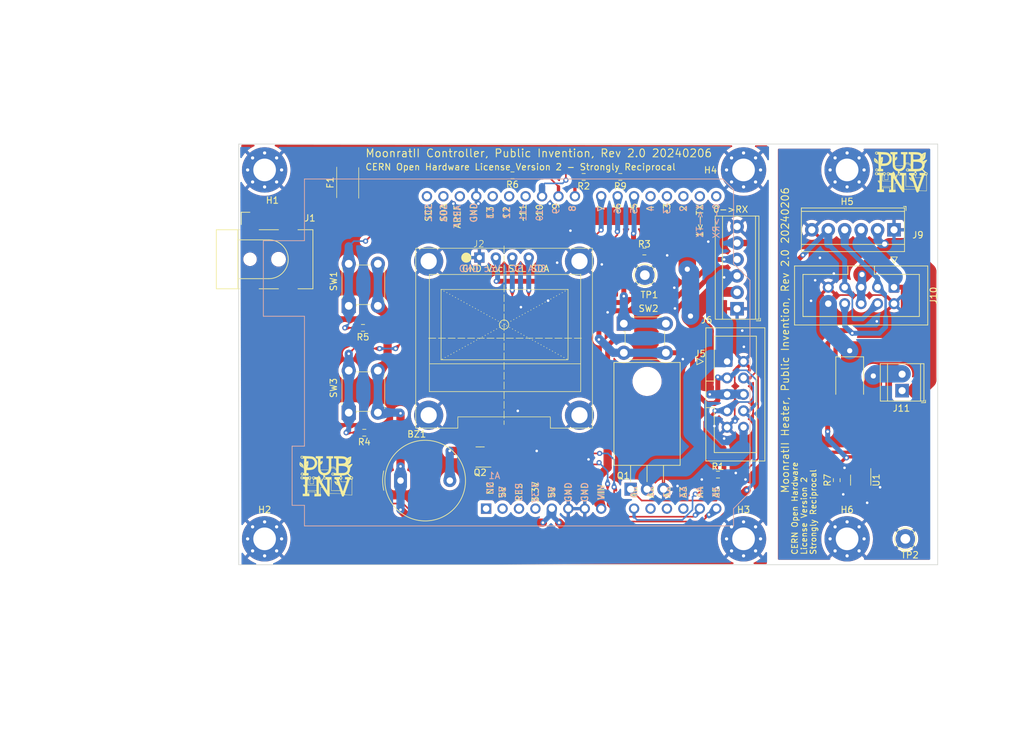
<source format=kicad_pcb>
(kicad_pcb (version 20221018) (generator pcbnew)
  (title_block (title "MoonratII") (date "2023-11-20") (rev "1.0") (company "PublicInvention") (comment 1 "GNU Affero General Public License v3.0") (comment 2 "Designed by: Melanie Laporte"))
  (layers (0 "F.Cu" signal) (31 "B.Cu" signal) (34 "B.Paste" user) (35 "F.Paste" user) (36 "B.SilkS" user "B.Silkscreen") (37 "F.SilkS" user "F.Silkscreen") (38 "B.Mask" user) (39 "F.Mask" user) (44 "Edge.Cuts" user))
  (net 0 "")
  (net 5 "+5V")
  (net 6 "GND")
  (net 7 "VCC")
  (net 8 "TEMP_IN")
  (net 12 "SDA")
  (net 13 "SCL")
  (net 19 "BTN_SELECT")
  (net 20 "BTN_UP")
  (net 21 "BTN_DOWN")
  (net 22 "HEATER_ON")
  (net 23 "BUZZER_ON")
  (net 24 "Net-(A1-D8)")
  (net 25 "Net-(A1-D10)")
  (net 32 "HeaterDrive")
  (net 33 "Net-(BZ1-+)")
  (net 34 "/VCC_RAW")
  (net 35 "TempOut")
  (net 36 "Net-(D1-A)")
  (net 37 "Net-(Q2-G)")
  (net 38 "HeaterDrive_IB")
  (net 39 "GND1")
  (net 40 "VCCQ")
  (net 41 "+5P")
  (net 42 "TempOut_IB")
  (net 43 "Net-(U1-{slash}SHUTDOWN)")
  (footprint "GeneralPurposeAlarmDevicePCB:MountingHole_3.5mm_Pad_Via" (layer "F.Cu") (at 54 146)
    (fp_text reference "H2")
    (fp_text value "MountingHole_Pad_3.5mm")
  )
  (footprint "Resistor_SMD:R_0603_1608Metric_Pad0.98x0.95mm_HandSolder" (layer "F.Cu") (at 103.3 90.079714 180)
    (fp_text reference "R2")
    (fp_text value "DNI")
  )
  (footprint "TestPoint:TestPoint_Loop_D2.54mm_Drill1.5mm_Beaded" (layer "F.Cu") (at 153 146)
    (fp_text reference "TP2")
    (fp_text value "TP_GND")
  )
  (footprint "GeneralPurposeAlarmDevicePCB:Logo_PI_BandW_70percent_10x10" (layer "F.Cu") (at 63.5 136.525)
    (fp_text reference "G***" hide)
    (fp_text value "LOGO" hide)
  )
  (footprint "GeneralPurposeAlarmDevicePCB:Switch_Tactile_THT_6x6mm" (layer "F.Cu") (at 67 110 90)
    (fp_text reference "SW1")
    (fp_text value "6mm 2 Pin Tact NO Breadboard Friendly")
  )
  (footprint "GeneralPurposeAlarmDevicePCB:MountingHole_3.5mm_Pad_Via" (layer "F.Cu") (at 128 146)
    (fp_text reference "H3")
    (fp_text value "MountingHole_Pad_3.5mm")
  )
  (footprint "GeneralPurposeAlarmDevicePCB:1x6P 20A -40℃~+105℃ 300V Green 12~30 Straight pin 5.08mm 2.5 1 6 Plugin,P=5.08mm Screw terminal ROHS" (layer "F.Cu") (at 151.25 98.25 180)
    (fp_text reference "J9")
    (fp_text value "Screw_Terminal_01x06")
  )
  (footprint "Resistor_SMD:R_0603_1608Metric_Pad0.98x0.95mm_HandSolder" (layer "F.Cu") (at 142.4 136.929714 90)
    (fp_text reference "R7")
    (fp_text value "1R")
  )
  (footprint "Connector_IDC:IDC-Header_2x05_P2.54mm_Vertical" (layer "F.Cu") (at 151.25 107.125 -90)
    (fp_text reference "J10")
    (fp_text value "Conn_02x05_Odd_Even")
  )
  (footprint "GeneralPurposeAlarmDevicePCB:BarrelJack_CLIFF_FC681465S_SMT_Horizontal" (layer "F.Cu") (at 54.65 102.8)
    (fp_text reference "J1")
    (fp_text value "Barrel_Jack_Switch_SMT")
  )
  (footprint "Resistor_SMD:R_0603_1608Metric_Pad0.98x0.95mm_HandSolder" (layer "F.Cu") (at 112.6725 101.6 180)
    (fp_text reference "R3")
    (fp_text value "1K")
  )
  (footprint "GeneralPurposeAlarmDevicePCB:Switch_Tactile_THT_6x6mm" (layer "F.Cu") (at 67 126.5 90)
    (fp_text reference "SW3")
    (fp_text value "6mm 2 Pin Tact NO Breadboard Friendly")
  )
  (footprint "GeneralPurposeAlarmDevicePCB:Fuse_BSMD_1812" (layer "F.Cu") (at 66.840707 90.964293 90)
    (fp_text reference "F1")
    (fp_text value "Polyfuse 6A")
  )
  (footprint "GeneralPurposeAlarmDevicePCB:1x6P 20A -40℃~+105℃ 300V Green 12~30 Straight pin 5.08mm 2.5 1 6 Plugin,P=5.08mm Screw terminal ROHS" (layer "F.Cu") (at 127 110.45 90)
    (fp_text reference "J6")
    (fp_text value "Screw_Terminal_01x06")
  )
  (footprint "TestPoint:TestPoint_Loop_D2.54mm_Drill1.5mm_Beaded" (layer "F.Cu") (at 112.749993 105.250005)
    (fp_text reference "TP1")
    (fp_text value "TP_GND")
  )
  (footprint "TerminalBlock_TE-Connectivity:TerminalBlock_TE_282834-2_1x02_P2.54mm_Horizontal" (layer "F.Cu") (at 152.5 123.099714 90)
    (fp_text reference "J11")
    (fp_text value "Screw_Terminal_01x02")
  )
  (footprint "GeneralPurposeAlarmDevicePCB:MountingHole_3.5mm_Pad_Via" (layer "F.Cu") (at 144 146)
    (fp_text reference "H6")
    (fp_text value "MountingHole_Pad_3.5mm")
  )
  (footprint "Package_TO_SOT_THT:TO-220-3_Horizontal_TabDown" (layer "F.Cu") (at 110.55 138.329714)
    (fp_text reference "Q1")
    (fp_text value "IRF520N")
  )
  (footprint "GeneralPurposeAlarmDevicePCB:MountingHole_3.5mm_Pad_Via" (layer "F.Cu") (at 128 89)
    (fp_text reference "H4")
    (fp_text value "MountingHole_Pad_3.5mm")
  )
  (footprint "GeneralPurposeAlarmDevicePCB:MountingHole_3.5mm_Pad_Via" (layer "F.Cu") (at 54 89)
    (fp_text reference "H1")
    (fp_text value "MountingHole_Pad_3.5mm")
  )
  (footprint "GeneralPurposeAlarmDevicePCB:Buzzer_12.2mm_9.7mm_7.62mm" (layer "F.Cu") (at 75 137)
    (fp_text reference "BZ1")
    (fp_text value "Buzzer_D12mm_H9.6mm_LS7.6mm")
  )
  (footprint "Resistor_SMD:R_0603_1608Metric_Pad0.98x0.95mm_HandSolder" (layer "F.Cu") (at 69.4 129.6 180)
    (fp_text reference "R4")
    (fp_text value "1K")
  )
  (footprint "GeneralPurposeAlarmDevicePCB:OLED_HS96L03W2C03_0.96_WithNuts" (layer "F.Cu") (at 91 115)
    (fp_text reference "J2")
    (fp_text value "HS96L03W2C03_0.96_Oled" hide)
  )
  (footprint "GeneralPurposeAlarmDevicePCB:Switch_Tactile_THT_6x6mm" (layer "F.Cu") (at 109.5 112.75)
    (fp_text reference "SW2")
    (fp_text value "6mm 2 Pin Tact NO Breadboard Friendly")
  )
  (footprint "Diode_SMD:D_SMB" (layer "F.Cu") (at 144.4 121.53 -90)
    (fp_text reference "D1" hide)
    (fp_text value "Schottky 2A")
  )
  (footprint "Resistor_SMD:R_0603_1608Metric_Pad0.98x0.95mm_HandSolder" (layer "F.Cu") (at 69.2 113.4 180)
    (fp_text reference "R5")
    (fp_text value "1K")
  )
  (footprint "GeneralPurposeAlarmDevicePCB:Logo_PI_BandW_70percent_10x10" (layer "F.Cu") (at 152.275427 89.535)
    (fp_text reference "G***" hide)
    (fp_text value "LOGO" hide)
  )
  (footprint "Resistor_SMD:R_0603_1608Metric_Pad0.98x0.95mm_HandSolder" (layer "F.Cu") (at 124.05 136.079714)
    (fp_text reference "R1")
    (fp_text value "1R")
  )
  (footprint "GeneralPurposeAlarmDevicePCB:MountingHole_3.5mm_Pad_Via" (layer "F.Cu") (at 144 89)
    (fp_text reference "H5")
    (fp_text value "MountingHole_Pad_3.5mm")
  )
  (footprint "Resistor_SMD:R_0603_1608Metric_Pad0.98x0.95mm_HandSolder" (layer "F.Cu") (at 108.9625 90.079714 180)
    (fp_text reference "R9")
    (fp_text value "1K")
  )
  (footprint "Package_TO_SOT_SMD:SOT-23" (layer "F.Cu") (at 87.2975 133.35 180)
    (fp_text reference "Q2")
    (fp_text value "BSS138")
  )
  (footprint "Package_TO_SOT_SMD:SOT-23-5" (layer "F.Cu") (at 146.1 136.929714 -90)
    (fp_text reference "U1")
    (fp_text value "TMP36GRTZ-REEL7")
  )
  (footprint "Connector_IDC:IDC-Header_2x05_P2.54mm_Vertical" (layer "F.Cu") (at 125.46 118.6)
    (fp_text reference "J5")
    (fp_text value "Conn_02x05_Odd_Even")
  )
  (footprint "Resistor_SMD:R_0603_1608Metric_Pad0.98x0.95mm_HandSolder" (layer "F.Cu") (at 92.3 89.829714 180)
    (fp_text reference "R6")
    (fp_text value "1K")
  )
  (footprint "GeneralPurposeAlarmDevicePCB:Arduino_UNO_R3_NoMountingHoles3D_Text_Top_&_Bottom" (layer "B.Cu") (at 88.225 141.33)
    (fp_text reference "A1")
    (fp_text value "Arduino_UNO_R3")
  )
  (gr_line locked (start 50 150) (end 158 150) (stroke (width 0.1)) (layer "Edge.Cuts"))
  (gr_line locked (start 158 85) (end 50 85) (stroke (width 0.1)) (layer "Edge.Cuts"))
  (gr_line locked (start 50 85) (end 50 150) (stroke (width 0.1)) (layer "Edge.Cuts"))
  (gr_line locked (start 158 150) (end 158 85) (stroke (width 0.1)) (layer "Edge.Cuts"))
  (gr_text "MoonratII Heater, Public Invention, Rev 2.0 20240206" (at 135.1 139.029714 90) (layer "F.SilkS") (effects (font (size 1.143 1.143) (thickness 0.1524)) (justify left bottom)))
  (gr_text "CERN Open Hardware \nLicense Version 2 \nStrongly Reciprocal\n" (at 139.3 148.529714 90) (layer "F.SilkS") (effects (font (size 0.889 0.889)) (justify left bottom)))
  (gr_text "MoonratII Controller, Public Invention, Rev 2.0 20240206" (at 69.5 87.129714) (layer "F.SilkS") (effects (font (size 1.2192 1.2192) (thickness 0.1524)) (justify left bottom)))
  (gr_text "CERN Open Hardware License Version 2 - Strongly Reciprocal" (at 69.5 89.129714) (layer "F.SilkS") (effects (font (size 1 1)) (justify left bottom)))
  (segment (start 116 117.25) (end 119.129714 117.25) (width 0.762) (layer "F.Cu") (net 5))
  (segment (start 71.5 110) (end 73 111.5) (width 1.27) (layer "F.Cu") (net 5))
  (segment (start 73.2 118.8) (end 72.7 118.8) (width 1.27) (layer "F.Cu") (net 5))
  (segment (start 105.65 115.2) (end 105.65 109.531) (width 0.762) (layer "F.Cu") (net 5))
  (segment (start 122.55 144.829714) (end 122.3 144.829714) (width 0.762) (layer "F.Cu") (net 5))
  (segment (start 125 102.83) (end 123.549714 102.83) (width 0.762) (layer "F.Cu") (net 5))
  (segment (start 110.37663 109.010714) (end 109.906344 109.481) (width 0.762) (layer "F.Cu") (net 5))
  (segment (start 99.5 143.5) (end 100.829714 144.829714) (width 1.27) (layer "F.Cu") (net 5))
  (segment (start 126 141.379714) (end 122.55 144.829714) (width 0.762) (layer "F.Cu") (net 5))
  (segment (start 126 141) (end 128.5 138.5) (width 1.27) (layer "F.Cu") (net 5))
  (segment (start 89.8 106.2) (end 97.870286 106.2) (width 0.762) (layer "F.Cu") (net 5))
  (segment (start 123.549714 102.83) (end 117.369 109.010714) (width 0.762) (layer "F.Cu") (net 5))
  (segment (start 120.119 118.239286) (end 120.119 119.779868) (width 0.762) (layer "F.Cu") (net 5))
  (segment (start 100.829714 144.829714) (end 122.3 144.829714) (width 1.27) (layer "F.Cu") (net 5))
  (segment (start 124.019 124.610714) (end 124.019 121.000951) (width 0.762) (layer "F.Cu") (net 5))
  (segment (start 119.869 122.648714) (end 122.3 125.079714) (width 0.762) (layer "F.Cu") (net 5))
  (segment (start 122.3 125.079714) (end 123.55 125.079714) (width 0.762) (layer "F.Cu") (net 5))
  (segment (start 105.65 109.531) (end 105.6 109.481) (width 0.381) (layer "F.Cu") (net 5))
  (segment (start 75 141.5) (end 77 143.5) (width 1.27) (layer "F.Cu") (net 5))
  (segment (start 72.7 118.8) (end 71.5 120) (width 1.27) (layer "F.Cu") (net 5))
  (segment (start 97.870286 106.2) (end 101.151286 109.481) (width 0.762) (layer "F.Cu") (net 5))
  (segment (start 109.906344 109.481) (end 105.6 109.481) (width 0.762) (layer "F.Cu") (net 5))
  (segment (start 101.151286 109.481) (end 105.6 109.481) (width 0.762) (layer "F.Cu") (net 5))
  (segment (start 120.119 119.779868) (end 119.869 120.029868) (width 0.762) (layer "F.Cu") (net 5))
  (segment (start 75 130) (end 75 126.6) (width 1.27) (layer "F.Cu") (net 5))
  (segment (start 119.869 120.029868) (end 119.869 122.648714) (width 0.762) (layer "F.Cu") (net 5))
  (segment (start 119.129714 117.25) (end 120.119 118.239286) (width 0.762) (layer "F.Cu") (net 5))
  (segment (start 73 118.6) (end 73.2 118.8) (width 1.27) (layer "F.Cu") (net 5))
  (segment (start 123.55 125.079714) (end 124.019 124.610714) (width 0.762) (layer "F.Cu") (net 5))
  (segment (start 126 141) (end 126 141.379714) (width 0.762) (layer "F.Cu") (net 5))
  (segment (start 77 143.5) (end 97 143.5) (width 1.27) (layer "F.Cu") (net 5))
  (segment (start 117.369 109.010714) (end 110.37663 109.010714) (width 0.762) (layer "F.Cu") (net 5))
  (segment (start 75 134.8) (end 75 130) (width 1.27) (layer "F.Cu") (net 5))
  (segment (start 73 111.5) (end 73 118.6) (width 1.27) (layer "F.Cu") (net 5))
  (via (at 75 126.6) (size 0.8) (drill 0.4) (layers "F.Cu" "B.Cu") (net 5))
  (via (at 128.5 138.5) (size 0.8) (drill 0.4) (layers "F.Cu" "B.Cu") (net 5))
  (via (at 124.019 121.000951) (size 0.8) (drill 0.4) (layers "F.Cu" "B.Cu") (net 5))
  (via (at 75 134.8) (size 0.8) (drill 0.4) (layers "F.Cu" "B.Cu") (net 5))
  (via (at 125 102.83) (size 0.8) (drill 0.4) (layers "F.Cu" "B.Cu") (net 5))
  (via (at 99.5 143.5) (size 0.8) (drill 0.4) (layers "F.Cu" "B.Cu") (net 5))
  (via (at 105.65 115.2) (size 0.8) (drill 0.4) (layers "F.Cu" "B.Cu") (net 5))
  (via (at 89.8 106.2) (size 0.8) (drill 0.4) (layers "F.Cu" "B.Cu") (net 5))
  (via (at 97 143.5) (size 0.8) (drill 0.4) (layers "F.Cu" "B.Cu") (net 5))
  (via (at 75 141.5) (size 0.8) (drill 0.4) (layers "F.Cu" "B.Cu") (net 5))
  (segment (start 125 102.83) (end 127 102.83) (width 1) (layer "B.Cu") (net 5))
  (segment (start 71.5 120) (end 71.5 126.5) (width 1.27) (layer "B.Cu") (net 5))
  (segment (start 98.385 141.33) (end 98.385 142.115) (width 0.762) (layer "B.Cu") (net 5))
  (segment (start 89.8 106.2) (end 90 106) (width 0.762) (layer "B.Cu") (net 5))
  (segment (start 129.604 127.824) (end 128 126.22) (width 0.508) (layer "B.Cu") (net 5))
  (segment (start 125.873 121.14) (end 127.05 119.963) (width 0.762) (layer "B.Cu") (net 5))
  (segment (start 97 143.5) (end 98.385 142.115) (width 0.762) (layer "B.Cu") (net 5))
  (segment (start 125.46 121.14) (end 125.873 121.14) (width 0.762) (layer "B.Cu") (net 5))
  (segment (start 75 137) (end 75 141.5) (width 1.27) (layer "B.Cu") (net 5))
  (segment (start 99.5 143.5) (end 98.385 142.385) (width 0.762) (layer "B.Cu") (net 5))
  (segment (start 105.65 115.05) (end 107.85 117.25) (width 1.27) (layer "B.Cu") (net 5))
  (segment (start 125.46 121.14) (end 124.158049 121.14) (width 0.762) (layer "B.Cu") (net 5))
  (segment (start 90 106) (end 90 102.81) (width 0.762) (layer "B.Cu") (net 5))
  (segment (start 75 137) (end 75 134.8) (width 1.27) (layer "B.Cu") (net 5))
  (segment (start 128.5 138.5) (end 129.604 137.396) (width 0.508) (layer "B.Cu") (net 5))
  (segment (start 130 121.47547) (end 128.48753 119.963) (width 0.254) (layer "B.Cu") (net 5))
  (segment (start 98.385 142.385) (end 98.385 141.33) (width 0.762) (layer "B.Cu") (net 5))
  (segment (start 71.5 103.5) (end 71.5 110) (width 1.27) (layer "B.Cu") (net 5))
  (segment (start 129.604 137.396) (end 129.604 127.824) (width 0.508) (layer "B.Cu") (net 5))
  (segment (start 74.9 126.5) (end 75 126.6) (width 1.27) (layer "B.Cu") (net 5))
  (segment (start 109.5 117.25) (end 116 117.25) (width 1.27) (layer "B.Cu") (net 5))
  (segment (start 90 102.81) (end 89.73 102.54) (width 0.762) (layer "B.Cu") (net 5))
  (segment (start 71.5 126.5) (end 74.9 126.5) (width 1.27) (layer "B.Cu") (net 5))
  (segment (start 128.88 126.22) (end 128 126.22) (width 0.254) (layer "B.Cu") (net 5))
  (segment (start 128.48753 119.963) (end 127.05 119.963) (width 0.254) (layer "B.Cu") (net 5))
  (segment (start 130 125.1) (end 128.88 126.22) (width 0.508) (layer "B.Cu") (net 5))
  (segment (start 107.85 117.25) (end 109.5 117.25) (width 1.27) (layer "B.Cu") (net 5))
  (segment (start 124.158049 121.14) (end 124.019 121.000951) (width 0.762) (layer "B.Cu") (net 5))
  (segment (start 130 125.1) (end 130 121.47547) (width 0.254) (layer "B.Cu") (net 5))
  (segment (start 128 118.6) (end 126.635 119.965) (width 0.5) (layer "F.Cu") (net 6))
  (segment (start 126.42 127.8) (end 125.46 128.76) (width 0.25) (layer "F.Cu") (net 6))
  (segment (start 126.635 127.735) (end 126.7 127.8) (width 0.25) (layer "F.Cu") (net 6))
  (segment (start 126.635 119.965) (end 126.635 127.735) (width 0.25) (layer "F.Cu") (net 6))
  (segment (start 126.7 127.8) (end 126.42 127.8) (width 0.25) (layer "F.Cu") (net 6))
  (via (at 126.7 127.8) (size 0.8) (drill 0.4) (layers "F.Cu" "B.Cu") (net 6))
  (via (at 97.8 109.2) (size 0.8) (drill 0.4) (layers "F.Cu" "B.Cu") (net 6))
  (via (at 104.05 133.725) (size 0.8) (drill 0.4) (layers "F.Cu" "B.Cu") (net 6))
  (via (at 98.062525 94.209714) (size 0.8) (drill 0.4) (layers "F.Cu" "B.Cu") (net 6))
  (via (at 93.12 126.229714) (size 0.8) (drill 0.4) (layers "F.Cu" "B.Cu") (net 6))
  (via (at 118.616155 118.231) (size 0.8) (drill 0.4) (layers "F.Cu" "B.Cu") (net 6))
  (via (at 107 111) (size 0.8) (drill 0.4) (layers "F.Cu" "B.Cu") (net 6))
  (via (at 125 130.5) (size 0.8) (drill 0.4) (layers "F.Cu" "B.Cu") (net 6))
  (via (at 117.8 137.829714) (size 0.8) (drill 0.4) (layers "F.Cu" "B.Cu") (net 6))
  (via (at 116.2 102.2) (size 0.8) (drill 0.4) (layers "F.Cu" "B.Cu") (net 6))
  (via (at 128.3 136.829714) (size 0.8) (drill 0.4) (layers "F.Cu" "B.Cu") (net 6))
  (via (at 121.55 136.829714) (size 0.8) (drill 0.4) (layers "F.Cu" "B.Cu") (net 6))
  (via (at 96.04 132.419714) (size 0.8) (drill 0.4) (layers "F.Cu" "B.Cu") (net 6))
  (via (at 122.55 100.079714) (size 0.8) (drill 0.4) (layers "F.Cu" "B.Cu") (net 6))
  (via (at 117.4 110.4) (size 0.8) (drill 0.4) (layers "F.Cu" "B.Cu") (net 6))
  (via (at 87.027175 94.209714) (size 0.8) (drill 0.4) (layers "F.Cu" "B.Cu") (net 6))
  (via (at 99.2 103.329714) (size 0.8) (drill 0.4) (layers "F.Cu" "B.Cu") (net 6))
  (via (at 106.1 103.6) (size 0.8) (drill 0.4) (layers "F.Cu" "B.Cu") (net 6))
  (via (at 117.3 107.2) (size 0.8) (drill 0.4) (layers "F.Cu" "B.Cu") (net 6))
  (via (at 127.8 113.829714) (size 0.8) (drill 0.4) (layers "F.Cu" "B.Cu") (net 6))
  (via (at 93.6 110.2) (size 0.8) (drill 0.4) (layers "F.Cu" "B.Cu") (net 6))
  (via (at 101.250879 98.384281) (size 0.8) (drill 0.4) (layers "F.Cu" "B.Cu") (net 6))
  (via (at 83.163399 94.209714) (size 0.8) (drill 0.4) (layers "F.Cu" "B.Cu") (net 6))
  (via (at 126.8 135.829714) (size 0.8) (drill 0.4) (layers "F.Cu" "B.Cu") (net 6))
  (via (at 128.05 116.329714) (size 0.8) (drill 0.4) (layers "F.Cu" "B.Cu") (net 6))
  (via (at 124.05 138.079714) (size 0.8) (drill 0.4) (layers "F.Cu" "B.Cu") (net 6))
  (via (at 123.489658 128.574284) (size 0.8) (drill 0.4) (layers "F.Cu" "B.Cu") (net 6))
  (segment (start 107 135.005) (end 107 131.769714) (width 1.27) (layer "F.Cu") (net 7))
  (segment (start 119.8 111.579714) (end 123.529714 107.85) (width 2.7) (layer "F.Cu") (net 7))
  (segment (start 115.53 96.159714) (end 119.309576 99.93929) (width 2.7) (layer "F.Cu") (net 7))
  (segment (start 122.05 113.930934) (end 122.05 121.829714) (width 2.7) (layer "F.Cu") (net 7))
  (segment (start 107 132) (end 107 116.2) (width 0.762) (layer "F.Cu") (net 7))
  (segment (start 126.94 107.85) (end 127 107.91) (width 1.27) (layer "F.Cu") (net 7))
  (segment (start 69.571128 96.159714) (end 115.53 96.159714) (width 2.7) (layer "F.Cu") (net 7))
  (segment (start 119.8 111.680934) (end 122.05 113.930934) (width 2.7) (layer "F.Cu") (net 7))
  (segment (start 66.840707 93.429293) (end 69.571128 96.159714) (width 2.7) (layer "F.Cu") (net 7))
  (segment (start 108.2 115) (end 121.8 115) (width 0.762) (layer "F.Cu") (net 7))
  (segment (start 122 114.8) (end 121.8 115) (width 0.508) (layer "F.Cu") (net 7))
  (segment (start 123.529714 107.85) (end 126.94 107.85) (width 1.5) (layer "F.Cu") (net 7))
  (segment (start 105.32 136.685) (end 105.32 140.645) (width 0.762) (layer "F.Cu") (net 7))
  (segment (start 106.005 136) (end 105.32 136.685) (width 0.762) (layer "F.Cu") (net 7))
  (segment (start 107 116.2) (end 108.2 115) (width 0.762) (layer "F.Cu") (net 7))
  (segment (start 119.309576 99.93929) (end 119.309576 104.33929) (width 2.7) (layer "F.Cu") (net 7))
  (segment (start 105.32 140.645) (end 106.005 141.33) (width 0.762) (layer "F.Cu") (net 7))
  (segment (start 119.8 111.579714) (end 119.8 111.680934) (width 2.7) (layer "F.Cu") (net 7))
  (segment (start 106.005 136) (end 107 135.005) (width 1.27) (layer "F.Cu") (net 7))
  (segment (start 122.784 123.68) (end 122.784 122.563714) (width 1.27) (layer "F.Cu") (net 7))
  (segment (start 122.784 122.563714) (end 122.05 121.829714) (width 1.27) (layer "F.Cu") (net 7))
  (via (at 119.8 111.579714) (size 1.2) (drill 0.8) (layers "F.Cu" "B.Cu") (net 7))
  (via (at 122.784 123.68) (size 0.8) (drill 0.4) (layers "F.Cu" "B.Cu") (net 7))
  (via (at 119.309576 104.33929) (size 1.2) (drill 0.8) (layers "F.Cu" "B.Cu") (net 7))
  (segment (start 125.46 123.68) (end 125.499 123.641) (width 1.27) (layer "B.Cu") (net 7))
  (segment (start 125.46 123.68) (end 122.784 123.68) (width 1.27) (layer "B.Cu") (net 7))
  (segment (start 127.961 123.641) (end 128 123.68) (width 1.27) (layer "B.Cu") (net 7))
  (segment (start 119.8 111.579714) (end 119.8 104.829714) (width 2.7) (layer "B.Cu") (net 7))
  (segment (start 119.8 104.829714) (end 119.309576 104.33929) (width 2.7) (layer "B.Cu") (net 7))
  (segment (start 125.499 123.641) (end 127.961 123.641) (width 1.27) (layer "B.Cu") (net 7))
  (segment (start 120.8875 139.079714) (end 120.55 139.079714) (width 0.25) (layer "F.Cu") (net 8))
  (segment (start 123.1375 136.829714) (end 120.8875 139.079714) (width 0.25) (layer "F.Cu") (net 8))
  (segment (start 123.1375 136.079714) (end 123.1375 136.829714) (width 0.25) (layer "F.Cu") (net 8))
  (via (at 120.55 139.079714) (size 0.8) (drill 0.4) (layers "F.Cu" "B.Cu") (net 8))
  (segment (start 120.12 141.505991) (end 120.12 139.509714) (width 0.25) (layer "B.Cu") (net 8))
  (segment (start 118.546277 143.079714) (end 120.12 141.505991) (width 0.25) (layer "B.Cu") (net 8))
  (segment (start 111.085 142.614714) (end 111.085 141.33) (width 0.508) (layer "B.Cu") (net 8))
  (segment (start 120.12 139.509714) (end 120.55 139.079714) (width 0.25) (layer "B.Cu") (net 8))
  (segment (start 111.55 143.079714) (end 111.085 142.614714) (width 0.25) (layer "B.Cu") (net 8))
  (segment (start 118.546277 143.079714) (end 111.55 143.079714) (width 0.25) (layer "B.Cu") (net 8))
  (segment (start 109.8 142.579714) (end 120.3 142.579714) (width 0.25) (layer "F.Cu") (net 12))
  (segment (start 108 138) (end 108 139.029714) (width 0.25) (layer "F.Cu") (net 12))
  (segment (start 94.81 126.979714) (end 100.62973 132.799444) (width 0.25) (layer "F.Cu") (net 12))
  (segment (start 94.81 107.6) (end 94.81 126.979714) (width 0.25) (layer "F.Cu") (net 12))
  (segment (start 120.3 142.579714) (end 120.55 142.329714) (width 0.25) (layer "F.Cu") (net 12))
  (segment (start 108 140.779714) (end 109.8 142.579714) (width 0.25) (layer "F.Cu") (net 12))
  (segment (start 108 139.029714) (end 108 140.779714) (width 0.25) (layer "F.Cu") (net 12))
  (segment (start 100.62973 132.799444) (end 105.765 132.799444) (width 0.25) (layer "F.Cu") (net 12))
  (via (at 120.55 142.329714) (size 0.8) (drill 0.4) (layers "F.Cu" "B.Cu") (net 12))
  (via (at 108 138) (size 0.8) (drill 0.4) (layers "F.Cu" "B.Cu") (net 12))
  (via (at 105.765 132.799444) (size 0.8) (drill 0.4) (layers "F.Cu" "B.Cu") (net 12))
  (via (at 94.81 107.6) (size 0.8) (drill 0.4) (layers "F.Cu" "B.Cu") (net 12))
  (segment (start 121.245 141.634714) (end 120.55 142.329714) (width 0.762) (layer "B.Cu") (net 12))
  (segment (start 108 133.75) (end 107.049444 132.799444) (width 0.25) (layer "B.Cu") (net 12))
  (segment (start 94.81 102.54) (end 94.81 107.6) (width 0.762) (layer "B.Cu") (net 12))
  (segment (start 121.245 141.33) (end 121.245 141.634714) (width 0.762) (layer "B.Cu") (net 12))
  (segment (start 107.049444 132.799444) (end 105.765 132.799444) (width 0.25) (layer "B.Cu") (net 12))
  (segment (start 108 138) (end 108 133.75) (width 0.25) (layer "B.Cu") (net 12))
  (segment (start 122.66 142.2655) (end 121.595786 143.329714) (width 0.25) (layer "F.Cu") (net 13))
  (segment (start 109.55 143.329714) (end 107 140.779714) (width 0.25) (layer "F.Cu") (net 13))
  (segment (start 105.409714 134.5) (end 105.68 134.229714) (width 0.25) (layer "F.Cu") (net 13))
  (segment (start 97.014981 134.5) (end 105.409714 134.5) (width 0.25) (layer "F.Cu") (net 13))
  (segment (start 107 140.779714) (end 107 137.5) (width 0.25) (layer "F.Cu") (net 13))
  (segment (start 121.595786 143.329714) (end 109.55 143.329714) (width 0.25) (layer "F.Cu") (net 13))
  (segment (start 92.27 129.755019) (end 97.014981 134.5) (width 0.25) (layer "F.Cu") (net 13))
  (segment (start 92.27 107.6) (end 92.27 129.755019) (width 0.25) (layer "F.Cu") (net 13))
  (via (at 107 137.5) (size 0.8) (drill 0.4) (layers "F.Cu" "B.Cu") (net 13))
  (via (at 105.68 134.229714) (size 0.8) (drill 0.4) (layers "F.Cu" "B.Cu") (net 13))
  (via (at 92.27 107.6) (size 0.8) (drill 0.4) (layers "F.Cu" "B.Cu") (net 13))
  (via (at 122.66 142.2655) (size 0.8) (drill 0.4) (layers "F.Cu" "B.Cu") (net 13))
  (segment (start 123.785 141.33) (end 122.66 142.455) (width 0.762) (layer "B.Cu") (net 13))
  (segment (start 107 137.5) (end 107 135.549714) (width 0.25) (layer "B.Cu") (net 13))
  (segment (start 92.27 107.6) (end 92.27 102.54) (width 0.762) (layer "B.Cu") (net 13))
  (segment (start 107 135.549714) (end 105.68 134.229714) (width 0.25) (layer "B.Cu") (net 13))
  (segment (start 111.76 101.6) (end 109.5 101.6) (width 0.381) (layer "F.Cu") (net 19))
  (segment (start 109.5 101.6) (end 109.5 108.5) (width 0.762) (layer "F.Cu") (net 19))
  (segment (start 110.999997 100.100003) (end 110.999997 98.819717) (width 0.762) (layer "F.Cu") (net 19))
  (segment (start 109.5 101.6) (end 110.999997 100.100003) (width 0.762) (layer "F.Cu") (net 19))
  (via (at 110.999997 98.819717) (size 0.8) (drill 0.4) (layers "F.Cu" "B.Cu") (net 19))
  (via (at 109.5 108.5) (size 0.8) (drill 0.4) (layers "F.Cu" "B.Cu") (net 19))
  (segment (start 109.5 112.75) (end 116 112.75) (width 1.27) (layer "B.Cu") (net 19))
  (segment (start 111.085 93.07) (end 111.085 98.734714) (width 0.762) (layer "B.Cu") (net 19))
  (segment (start 111.085 98.734714) (end 110.999997 98.819717) (width 0.762) (layer "B.Cu") (net 19))
  (segment (start 109.5 108.5) (end 109.5 112.75) (width 1.27) (layer "B.Cu") (net 19))
  (segment (start 108.5 99.029714) (end 108.5 98.519712) (width 0.254) (layer "F.Cu") (net 20))
  (segment (start 67.8 116.6) (end 71.7655 116.6) (width 0.25) (layer "F.Cu") (net 20))
  (segment (start 77.266433 99.563281) (end 75.8 101.029714) (width 0.25) (layer "F.Cu") (net 20))
  (segment (start 107.966433 99.563281) (end 77.266433 99.563281) (width 0.25) (layer "F.Cu") (net 20))
  (segment (start 108.5 99.029714) (end 107.966433 99.563281) (width 0.25) (layer "F.Cu") (net 20))
  (segment (start 67 117.4) (end 67.8 116.6) (width 0.25) (layer "F.Cu") (net 20))
  (segment (start 68.4875 129.6) (end 66.6 129.6) (width 0.25) (layer "F.Cu") (net 20))
  (segment (start 75.8 115.0345) (end 74.2345 116.6) (width 0.25) (layer "F.Cu") (net 20))
  (segment (start 75.8 101.029714) (end 75.8 115.0345) (width 0.25) (layer "F.Cu") (net 20))
  (via (at 67 117.4) (size 0.8) (drill 0.4) (layers "F.Cu" "B.Cu") (net 20))
  (via (at 108.5 98.519712) (size 0.8) (drill 0.4) (layers "F.Cu" "B.Cu") (net 20))
  (via (at 74.2345 116.6) (size 0.8) (drill 0.4) (layers "F.Cu" "B.Cu") (net 20))
  (via (at 71.7655 116.6) (size 0.8) (drill 0.4) (layers "F.Cu" "B.Cu") (net 20))
  (via (at 66.6 129.6) (size 0.8) (drill 0.4) (layers "F.Cu" "B.Cu") (net 20))
  (segment (start 67 117.4) (end 67 120) (width 1.27) (layer "B.Cu") (net 20))
  (segment (start 66.6 129.6) (end 67 129.2) (width 0.25) (layer "B.Cu") (net 20))
  (segment (start 67 120) (end 67 126.5) (width 1.27) (layer "B.Cu") (net 20))
  (segment (start 108.5 98.519712) (end 108.545 98.474712) (width 0.762) (layer "B.Cu") (net 20))
  (segment (start 67 129.2) (end 67 126.5) (width 0.762) (layer "B.Cu") (net 20))
  (segment (start 108.545 98.474712) (end 108.545 93.07) (width 0.762) (layer "B.Cu") (net 20))
  (segment (start 71.7655 116.6) (end 74.2345 116.6) (width 0.25) (layer "B.Cu") (net 20))
  (segment (start 105.148433 99.111281) (end 105.98 98.279714) (width 0.254) (layer "F.Cu") (net 21))
  (segment (start 66.4 113.4) (end 68.2875 113.4) (width 0.25) (layer "F.Cu") (net 21))
  (segment (start 70.488719 99.111281) (end 105.148433 99.111281) (width 0.254) (layer "F.Cu") (net 21))
  (segment (start 69.6 100) (end 70.488719 99.111281) (width 0.254) (layer "F.Cu") (net 21))
  (via (at 69.6 100) (size 0.8) (drill 0.4) (layers "F.Cu" "B.Cu") (net 21))
  (via (at 66.4 113.4) (size 0.8) (drill 0.4) (layers "F.Cu" "B.Cu") (net 21))
  (via (at 105.98 98.279714) (size 0.8) (drill 0.4) (layers "F.Cu" "B.Cu") (net 21))
  (segment (start 67 103.5) (end 67 100.8) (width 1.27) (layer "B.Cu") (net 21))
  (segment (start 67 112.2) (end 67 110) (width 0.762) (layer "B.Cu") (net 21))
  (segment (start 67 112.8) (end 67 112.2) (width 0.25) (layer "B.Cu") (net 21))
  (segment (start 67.8 100) (end 69.6 100) (width 0.254) (layer "B.Cu") (net 21))
  (segment (start 67 100.8) (end 67.8 100) (width 0.254) (layer "B.Cu") (net 21))
  (segment (start 106.005 98.254714) (end 106.005 93.07) (width 0.762) (layer "B.Cu") (net 21))
  (segment (start 105.98 98.279714) (end 106.005 98.254714) (width 0.762) (layer "B.Cu") (net 21))
  (segment (start 67 103.5) (end 67 110) (width 1.27) (layer "B.Cu") (net 21))
  (segment (start 66.4 113.4) (end 67 112.8) (width 0.25) (layer "B.Cu") (net 21))
  (segment (start 105.2125 91.079714) (end 104.2125 90.079714) (width 0.25) (layer "F.Cu") (net 22))
  (segment (start 109.875 90.079714) (end 109.875 91.004714) (width 0.25) (layer "F.Cu") (net 22))
  (segment (start 123.774695 140.079714) (end 130.252 133.602409) (width 0.25) (layer "F.Cu") (net 22))
  (segment (start 110.55 138.329714) (end 110.55 138.377214) (width 0.25) (layer "F.Cu") (net 22))
  (segment (start 112.2525 140.079714) (end 123.774695 140.079714) (width 0.25) (layer "F.Cu") (net 22))
  (segment (start 110.55 138.377214) (end 112.2525 140.079714) (width 0.25) (layer "F.Cu") (net 22))
  (segment (start 130.252 133.602409) (end 130.252 97.281714) (width 0.25) (layer "F.Cu") (net 22))
  (segment (start 109.8 91.079714) (end 105.2125 91.079714) (width 0.25) (layer "F.Cu") (net 22))
  (segment (start 124.05 91.079714) (end 109.8 91.079714) (width 0.25) (layer "F.Cu") (net 22))
  (segment (start 130.252 97.281714) (end 124.05 91.079714) (width 0.25) (layer "F.Cu") (net 22))
  (segment (start 109.875 91.004714) (end 109.8 91.079714) (width 0.25) (layer "F.Cu") (net 22))
  (segment (start 93.2125 89.829714) (end 97.655 89.829714) (width 0.25) (layer "F.Cu") (net 23))
  (segment (start 97.655 89.829714) (end 99.405 91.579714) (width 0.25) (layer "F.Cu") (net 23))
  (segment (start 99.405 93.07) (end 99.405 91.579714) (width 0.508) (layer "F.Cu") (net 23))
  (segment (start 101.945 90.522214) (end 101.945 91.829714) (width 0.25) (layer "F.Cu") (net 24))
  (segment (start 101.945 93.07) (end 101.945 91.829714) (width 0.508) (layer "F.Cu") (net 24))
  (segment (start 102.3875 90.079714) (end 101.945 90.522214) (width 0.25) (layer "F.Cu") (net 24))
  (segment (start 101.05 88.829714) (end 107.05 88.829714) (width 0.25) (layer "F.Cu") (net 25))
  (segment (start 100.55 90.579714) (end 100.55 89.329714) (width 0.25) (layer "F.Cu") (net 25))
  (segment (start 100.55 89.329714) (end 101.05 88.829714) (width 0.25) (layer "F.Cu") (net 25))
  (segment (start 107.05 88.829714) (end 107.85 89.629714) (width 0.25) (layer "F.Cu") (net 25))
  (segment (start 107.85 89.629714) (end 108.05 89.629714) (width 0.25) (layer "F.Cu") (net 25))
  (via (at 100.55 90.579714) (size 0.8) (drill 0.4) (layers "F.Cu" "B.Cu") (net 25))
  (segment (start 96.865 91.514714) (end 97.3 91.079714) (width 0.25) (layer "B.Cu") (net 25))
  (segment (start 96.865 93.07) (end 96.865 91.514714) (width 1) (layer "B.Cu") (net 25))
  (segment (start 97.3 91.079714) (end 100.05 91.079714) (width 0.25) (layer "B.Cu") (net 25))
  (segment (start 100.05 91.079714) (end 100.55 90.579714) (width 0.25) (layer "B.Cu") (net 25))
  (via (at 125 105.6) (size 0.8) (drill 0.4) (layers "F.Cu" "B.Cu") (net 32))
  (segment (start 122 131.5) (end 123.9 133.4) (width 2.7) (layer "B.Cu") (net 32))
  (segment (start 125.46 118.599998) (end 125.000002 118.14) (width 1.27) (layer "B.Cu") (net 32))
  (segment (start 125.05 112.829714) (end 125 112.829708) (width 2.7) (layer "B.Cu") (net 32))
  (segment (start 125.23 105.37) (end 125 105.6) (width 0.381) (layer "B.Cu") (net 32))
  (segment (start 128 128.76) (end 128 131.879714) (width 1.27) (layer "B.Cu") (net 32))
  (segment (start 123.55 106.829714) (end 123.770286 106.829714) (width 2.7) (layer "B.Cu") (net 32))
  (segment (start 127 105.37) (end 125.23 105.37) (width 1.27) (layer "B.Cu") (net 32))
  (segment (start 120.05 129.55) (end 120.05 121.079714) (width 2.7) (layer "B.Cu") (net 32))
  (segment (start 126.479714 133.4) (end 127.8 132.079714) (width 2.7) (layer "B.Cu") (net 32))
  (segment (start 122.989714 118.14) (end 125.000002 118.14) (width 2.7) (layer "B.Cu") (net 32))
  (segment (start 114.629714 135) (end 113.09 136.539714) (width 2.7) (layer "B.Cu") (net 32))
  (segment (start 128 131.879714) (end 127.8 132.079714) (width 0.762) (layer "B.Cu") (net 32))
  (segment (start 122 131.5) (end 120.05 129.55) (width 2.7) (layer "B.Cu") (net 32))
  (segment (start 113.09 136.539714) (end 113.09 138.329714) (width 1.27) (layer "B.Cu") (net 32))
  (segment (start 125.46 118.6) (end 125.46 118.599998) (width 1.27) (layer "B.Cu") (net 32))
  (segment (start 123.55 111.329714) (end 123.55 106.829714) (width 2.7) (layer "B.Cu") (net 32))
  (segment (start 123.770286 106.829714) (end 125 105.6) (width 2.7) (layer "B.Cu") (net 32))
  (segment (start 119 135) (end 114.629714 135) (width 2.7) (layer "B.Cu") (net 32))
  (segment (start 125.05 112.829714) (end 123.55 111.329714) (width 2.7) (layer "B.Cu") (net 32))
  (segment (start 125 118.14) (end 125.05 112.829714) (width 2.7) (layer "B.Cu") (net 32))
  (segment (start 122 132) (end 122 131.5) (width 0.762) (layer "B.Cu") (net 32))
  (segment (start 122 132) (end 119 135) (width 2.7) (layer "B.Cu") (net 32))
  (segment (start 120.05 121.079714) (end 122.989714 118.14) (width 2.7) (layer "B.Cu") (net 32))
  (segment (start 123.9 133.4) (end 126.479714 133.4) (width 2.7) (layer "B.Cu") (net 32))
  (segment (start 82.6 132.4) (end 85.41 132.4) (width 1.27) (layer "F.Cu") (net 33))
  (segment (start 85.41 132.4) (end 86.36 133.35) (width 0.508) (layer "F.Cu") (net 33))
  (via (at 82.6 132.4) (size 0.8) (drill 0.4) (layers "F.Cu" "B.Cu") (net 33))
  (segment (start 82.62 137) (end 82.6 136.98) (width 1.27) (layer "B.Cu") (net 33))
  (segment (start 82.6 136.98) (end 82.6 132.4) (width 1.27) (layer "B.Cu") (net 33))
  (segment (start 51.65 97.3) (end 57.65 97.3) (width 2.7) (layer "F.Cu") (net 34))
  (segment (start 61 90.2) (end 62.7 88.5) (width 2.7) (layer "F.Cu") (net 34))
  (segment (start 57.65 94.85) (end 61 91.5) (width 2.7) (layer "F.Cu") (net 34))
  (segment (start 57.65 97.3) (end 57.65 94.85) (width 2.7) (layer "F.Cu") (net 34))
  (segment (start 62.7 88.5) (end 66.84 88.5) (width 2.7) (layer "F.Cu") (net 34))
  (segment (start 61 91.5) (end 61 90.2) (width 2.7) (layer "F.Cu") (net 34))
  (segment (start 122.05 129.329714) (end 124.639286 131.919) (width 0.508) (layer "F.Cu") (net 35))
  (segment (start 128.510286 100.29) (end 127 100.29) (width 1) (layer "F.Cu") (net 35))
  (segment (start 122.05 127.95) (end 122.05 129.329714) (width 0.508) (layer "F.Cu") (net 35))
  (segment (start 128 121.14) (end 128.989714 121.14) (width 0.508) (layer "F.Cu") (net 35))
  (segment (start 123.5 126.5) (end 122.05 127.95) (width 0.508) (layer "F.Cu") (net 35))
  (segment (start 129.8 120.329714) (end 129.8 101.579714) (width 0.254) (layer "F.Cu") (net 35))
  (segment (start 124.962498 131.962498) (end 124.962498 136.079712) (width 0.762) (layer "F.Cu") (net 35))
  (segment (start 124.962498 136.079712) (end 124.9625 136.079714) (width 0.762) (layer "F.Cu") (net 35))
  (segment (start 124.919 131.919) (end 124.962498 131.962498) (width 0.762) (layer "F.Cu") (net 35))
  (segment (start 128.989714 121.14) (end 129.8 120.329714) (width 0.254) (layer "F.Cu") (net 35))
  (segment (start 124.639286 131.919) (end 124.919 131.919) (width 0.508) (layer "F.Cu") (net 35))
  (segment (start 129.8 101.579714) (end 128.510286 100.29) (width 0.254) (layer "F.Cu") (net 35))
  (via (at 123.6 126.2) (size 0.8) (drill 0.4) (layers "F.Cu" "B.Cu") (net 35))
  (segment (start 128 121.14) (end 128.14 121.14) (width 0.508) (layer "B.Cu") (net 35))
  (segment (start 129.5 122.5) (end 129.5 124.5) (width 0.254) (layer "B.Cu") (net 35))
  (segment (start 129.5 124.5) (end 129.143 124.857) (width 0.254) (layer "B.Cu") (net 35))
  (segment (start 128.14 121.14) (end 129.1 122.1) (width 0.508) (layer "B.Cu") (net 35))
  (segment (start 123.78 126.22) (end 123.8 126.2) (width 0.508) (layer "B.Cu") (net 35))
  (segment (start 129.143 124.857) (end 126.823 124.857) (width 0.254) (layer "B.Cu") (net 35))
  (segment (start 129.1 122.1) (end 129.5 122.5) (width 0.254) (layer "B.Cu") (net 35))
  (segment (start 123.8 126.2) (end 123.6 126.2) (width 0.508) (layer "B.Cu") (net 35))
  (segment (start 125.46 126.22) (end 123.78 126.22) (width 0.762) (layer "B.Cu") (net 35))
  (segment (start 126.823 124.857) (end 125.46 126.22) (width 0.762) (layer "B.Cu") (net 35))
  (segment (start 146.449714 123.68) (end 148.05 122.079714) (width 2.7) (layer "F.Cu") (net 36))
  (segment (start 148.05 122.079714) (end 148.05 120.829714) (width 2.7) (layer "F.Cu") (net 36))
  (segment (start 144.4 123.68) (end 146.449714 123.68) (width 2.7) (layer "F.Cu") (net 36))
  (via (at 148.05 120.829714) (size 1.2) (drill 0.8) (layers "F.Cu" "B.Cu") (net 36))
  (segment (start 148.05 120.829714) (end 148.38 120.499714) (width 2.7) (layer "B.Cu") (net 36))
  (segment (start 148.38 120.499714) (end 152.5 120.499714) (width 2.7) (layer "B.Cu") (net 36))
  (segment (start 62.4 93) (end 64.4 91) (width 0.25) (layer "F.Cu") (net 37))
  (segment (start 77.397646 142.54) (end 75.397646 140.54) (width 0.25) (layer "F.Cu") (net 37))
  (segment (start 75.397646 140.54) (end 72.34 140.54) (width 0.25) (layer "F.Cu") (net 37))
  (segment (start 62.4 130.6) (end 62.4 93) (width 0.25) (layer "F.Cu") (net 37))
  (segment (start 72.34 140.54) (end 62.4 130.6) (width 0.25) (layer "F.Cu") (net 37))
  (segment (start 88.235 134.3) (end 88.235 138.565) (width 0.25) (layer "F.Cu") (net 37))
  (segment (start 84.26 142.54) (end 77.397646 142.54) (width 0.25) (layer "F.Cu") (net 37))
  (segment (start 88.235 138.565) (end 84.26 142.54) (width 0.25) (layer "F.Cu") (net 37))
  (segment (start 90.217214 91) (end 91.3875 89.829714) (width 0.25) (layer "F.Cu") (net 37))
  (segment (start 64.4 91) (end 90.217214 91) (width 0.25) (layer "F.Cu") (net 37))
  (segment (start 153.55 115.329714) (end 153.55 111.829714) (width 2.7) (layer "F.Cu") (net 38))
  (segment (start 144.400001 116.929715) (end 144.500002 116.829714) (width 2.7) (layer "F.Cu") (net 38))
  (segment (start 152.845286 107.125) (end 153.55 107.829714) (width 0.762) (layer "F.Cu") (net 38))
  (segment (start 144.500002 116.829714) (end 152.05 116.829714) (width 2.7) (layer "F.Cu") (net 38))
  (segment (start 153.55 107.829714) (end 153.55 111.829714) (width 2.5) (layer "F.Cu") (net 38))
  (segment (start 151.25 107.125) (end 152.845286 107.125) (width 0.762) (layer "F.Cu") (net 38))
  (segment (start 144.4 119.38) (end 144.4 116.929714) (width 2.7) (layer "F.Cu") (net 38))
  (segment (start 152.05 116.829714) (end 153.55 115.329714) (width 2.7) (layer "F.Cu") (net 38))
  (via (at 144.400001 116.929715) (size 1.2) (drill 0.8) (layers "F.Cu" "B.Cu") (net 38))
  (segment (start 141.09 109.665) (end 141.09 113.619714) (width 2.7) (layer "B.Cu") (net 38))
  (segment (start 146.17 100.45) (end 151.25 105.53) (width 2.7) (layer "B.Cu") (net 38))
  (segment (start 146.304 98.552) (end 146.304 98.384) (width 0.508) (layer "B.Cu") (net 38))
  (segment (start 141.09 113.619714) (end 144.400001 116.929715) (width 2.7) (layer "B.Cu") (net 38))
  (segment (start 151.25 105.53) (end 151.25 107.125) (width 0.762) (layer "B.Cu") (net 38))
  (segment (start 146.304 98.384) (end 146.17 98.25) (width 0.508) (layer "B.Cu") (net 38))
  (segment (start 146.17 98.25) (end 146.17 100.45) (width 1.27) (layer "B.Cu") (net 38))
  (segment (start 142.294714 108.329714) (end 141.09 107.125) (width 0.254) (layer "F.Cu") (net 39))
  (segment (start 149.914714 108.329714) (end 142.294714 108.329714) (width 0.254) (layer "F.Cu") (net 39))
  (segment (start 151.25 109.665) (end 149.914714 108.329714) (width 0.254) (layer "F.Cu") (net 39))
  (via (at 139.8 102.579714) (size 0.8) (drill 0.4) (layers "F.Cu" "B.Cu") (net 39))
  (via (at 138.43 109.22) (size 0.8) (drill 0.4) (layers "F.Cu" "B.Cu") (net 39))
  (via (at 147.1 140.429714) (size 0.8) (drill 0.4) (layers "F.Cu" "B.Cu") (net 39))
  (via (at 143.403516 139.126198) (size 0.8) (drill 0.4) (layers "F.Cu" "B.Cu") (net 39))
  (via (at 148.59 112.395) (size 0.8) (drill 0.4) (layers "F.Cu" "B.Cu") (net 39))
  (via (at 143.6 135.029714) (size 0.8) (drill 0.4) (layers "F.Cu" "B.Cu") (net 39))
  (via (at 141.951122 105.005524) (size 0.8) (drill 0.4) (layers "F.Cu" "B.Cu") (net 39))
  (via (at 149.1 138.029714) (size 0.8) (drill 0.4) (layers "F.Cu" "B.Cu") (net 39))
  (via (at 139.065 106.045) (size 0.8) (drill 0.4) (layers "F.Cu" "B.Cu") (net 39))
  (segment (start 152.5 123.099714) (end 154.78 123.099714) (width 1.27) (layer "F.Cu") (net 40))
  (segment (start 146.304 105.156) (end 150.590143 100.869857) (width 2.7) (layer "F.Cu") (net 40))
  (segment (start 156.45 121.429714) (end 154.8 123.079714) (width 2.7) (layer "F.Cu") (net 40))
  (segment (start 150.590143 100.869857) (end 152.590143 100.869857) (width 2.7) (layer "F.Cu") (net 40))
  (segment (start 156.45 104.729714) (end 156.45 121.429714) (width 2.7) (layer "F.Cu") (net 40))
  (segment (start 152.590143 100.869857) (end 156.45 104.729714) (width 2.7) (layer "F.Cu") (net 40))
  (segment (start 154.78 123.099714) (end 154.8 123.079714) (width 1.27) (layer "F.Cu") (net 40))
  (via (at 149.80005 100.45) (size 1.2) (drill 0.8) (layers "F.Cu" "B.Cu") (net 40))
  (via (at 146.304 105.156) (size 1.2) (drill 0.8) (layers "F.Cu" "B.Cu") (net 40))
  (segment (start 148.71 99.600497) (end 148.71 99.86) (width 0.25) (layer "B.Cu") (net 40))
  (segment (start 148.71 99.86) (end 149.3 100.45) (width 1.27) (layer "B.Cu") (net 40))
  (segment (start 149.3 100.45) (end 149.80005 100.45) (width 1.27) (layer "B.Cu") (net 40))
  (segment (start 148.978 100.45) (end 149.80005 100.45) (width 0.25) (layer "B.Cu") (net 40))
  (segment (start 146.17 107.125) (end 146.17 109.665) (width 1.27) (layer "B.Cu") (net 40))
  (segment (start 146.304 106.991) (end 146.17 107.125) (width 0.25) (layer "B.Cu") (net 40))
  (segment (start 148.71 98.25) (end 148.71 99.86) (width 1.27) (layer "B.Cu") (net 40))
  (segment (start 148.844 100.584) (end 148.978 100.45) (width 0.25) (layer "B.Cu") (net 40))
  (segment (start 148.776117 100.45) (end 149.80005 100.45) (width 0.25) (layer "B.Cu") (net 40))
  (segment (start 146.304 105.156) (end 146.304 106.991) (width 1.27) (layer "B.Cu") (net 40))
  (segment (start 146.1 135.792214) (end 146.1 133.829714) (width 0.508) (layer "F.Cu") (net 41))
  (segment (start 144.8 114.229714) (end 144.4 113.829714) (width 0.762) (layer "F.Cu") (net 41))
  (segment (start 143.9 133.475214) (end 143.9 133.456714) (width 0.762) (layer "F.Cu") (net 41))
  (segment (start 142.980316 113.829714) (end 141 115.81003) (width 0.762) (layer "F.Cu") (net 41))
  (segment (start 141 115.81003) (end 141 129.429714) (width 0.762) (layer "F.Cu") (net 41))
  (segment (start 143.9 133.329714) (end 142.4 134.829714) (width 0.508) (layer "F.Cu") (net 41))
  (segment (start 145.6 133.329714) (end 143.9 133.329714) (width 0.508) (layer "F.Cu") (net 41))
  (segment (start 146.1 133.829714) (end 145.6 133.329714) (width 0.508) (layer "F.Cu") (net 41))
  (segment (start 144.4 113.829714) (end 142.980316 113.829714) (width 0.762) (layer "F.Cu") (net 41))
  (segment (start 142.4 134.829714) (end 142.4 136.017214) (width 0.508) (layer "F.Cu") (net 41))
  (via (at 143.9 133.475214) (size 0.8) (drill 0.4) (layers "F.Cu" "B.Cu") (net 41))
  (via (at 144.8 114.229714) (size 0.8) (drill 0.4) (layers "F.Cu" "B.Cu") (net 41))
  (via (at 141 129.429714) (size 0.8) (drill 0.4) (layers "F.Cu" "B.Cu") (net 41))
  (segment (start 143.63 100.659714) (end 148.71 105.739714) (width 0.762) (layer "B.Cu") (net 41))
  (segment (start 148.71 105.739714) (end 148.71 107.125) (width 0.762) (layer "B.Cu") (net 41))
  (segment (start 143.63 100.45) (end 143.63 100.659714) (width 0.762) (layer "B.Cu") (net 41))
  (segment (start 143.63 113.0992) (end 144.760514 114.229714) (width 0.762) (layer "B.Cu") (net 41))
  (segment (start 143.63 109.665) (end 143.63 113.0992) (width 0.762) (layer "B.Cu") (net 41))
  (segment (start 143.63 98.25) (end 143.63 100.45) (width 1.27) (layer "B.Cu") (net 41))
  (segment (start 149.9505 111.7) (end 149.9505 113.2495) (width 0.762) (layer "B.Cu") (net 41))
  (segment (start 149.885 108.229) (end 149.86 108.204) (width 0.25) (layer "B.Cu") (net 41))
  (segment (start 149.789 108.204) (end 148.71 107.125) (width 0.762) (layer "B.Cu") (net 41))
  (segment (start 141 129.429714) (end 141 130.575214) (width 0.762) (layer "B.Cu") (net 41))
  (segment (start 141 130.575214) (end 143.9 133.475214) (width 0.762) (layer "B.Cu") (net 41))
  (segment (start 149.9505 113.2495) (end 148.970286 114.229714) (width 0.762) (layer "B.Cu") (net 41))
  (segment (start 149.9505 111.7) (end 149.9505 108.2945) (width 0.381) (layer "B.Cu") (net 41))
  (segment (start 149.86 108.204) (end 149.789 108.204) (width 0.25) (layer "B.Cu") (net 41))
  (segment (start 144.8 114.229714) (end 144.760514 114.229714) (width 0.762) (layer "B.Cu") (net 41))
  (segment (start 148.970286 114.229714) (end 144.8 114.229714) (width 0.762) (layer "B.Cu") (net 41))
  (segment (start 137.16 102.1588) (end 136.5 102.8188) (width 0.762) (layer "F.Cu") (net 42))
  (segment (start 136.5 129.029714) (end 136.5 115.129714) (width 0.508) (layer "F.Cu") (net 42))
  (segment (start 140.092 132.621714) (end 136.5 129.029714) (width 0.508) (layer "F.Cu") (net 42))
  (segment (start 145.893263 132.621714) (end 140.092 132.621714) (width 0.508) (layer "F.Cu") (net 42))
  (segment (start 147.05 135.792214) (end 147.05 133.778451) (width 0.508) (layer "F.Cu") (net 42))
  (segment (start 136.5 102.8188) (end 136.5 115.129714) (width 0.762) (layer "F.Cu") (net 42))
  (segment (start 147.05 133.778451) (end 145.893263 132.621714) (width 0.508) (layer "F.Cu") (net 42))
  (via (at 137.16 102.1588) (size 0.8) (drill 0.4) (layers "F.Cu" "B.Cu") (net 42))
  (segment (start 143.63 102.99) (end 141.09 100.45) (width 0.762) (layer "B.Cu") (net 42))
  (segment (start 141.0688 98.25) (end 137.16 102.1588) (width 0.762) (layer "B.Cu") (net 42))
  (segment (start 144.807 108.302) (end 144.807 111.733) (width 0.254) (layer "B.Cu") (net 42))
  (segment (start 141.09 100.45) (end 141.09 98.25) (width 1.27) (layer "B.Cu") (net 42))
  (segment (start 145.074 112) (end 146.375 112) (width 0.762) (layer "B.Cu") (net 42))
  (segment (start 146.375 112) (end 146.615 111.76) (width 0.254) (layer "B.Cu") (net 42))
  (segment (start 143.63 107.125) (end 144.807 108.302) (width 0.762) (layer "B.Cu") (net 42))
  (segment (start 143.63 107.125) (end 143.63 102.99) (width 0.762) (layer "B.Cu") (net 42))
  (segment (start 146.615 111.76) (end 148.71 109.665) (width 0.762) (layer "B.Cu") (net 42))
  (segment (start 144.807 111.733) (end 145.074 112) (width 0.254) (layer "B.Cu") (net 42))
  (segment (start 142.4 139.329714) (end 142.4 137.842214) (width 0.508) (layer "F.Cu") (net 43))
  (segment (start 145.15 138.067214) (end 145.15 139.079714) (width 0.508) (layer "F.Cu") (net 43))
  (segment (start 143.2 140.129714) (end 142.4 139.329714) (width 0.508) (layer "F.Cu") (net 43))
  (segment (start 145.15 139.079714) (end 144.1 140.129714) (width 0.508) (layer "F.Cu") (net 43))
  (segment (start 144.1 140.129714) (end 143.2 140.129714) (width 0.508) (layer "F.Cu") (net 43))
  (zone (net 6) (net_name "GND") (layer "F.Cu") (priority 3) (connect_pads (clearance 0.508)) (min_thickness 0.25) (fill yes (thermal_gap 0.5) (thermal_bridge_width 0.5))
    (polygon (pts (xy 131.7 85.2) (xy 131.6 149.9) (xy 50.6 149.9) (xy 50.4 85.1)))
  )
  (zone (net 39) (net_name "GND1") (layer "F.Cu") (connect_pads (clearance 0.508)) (min_thickness 0.25) (fill yes (thermal_gap 0.5) (thermal_bridge_width 0.5))
    (polygon (pts (xy 156.8 149.225) (xy 133.305 149.225) (xy 133.305 85.725) (xy 156.8 85.725) (xy 156.8 144.78)))
  )
  (zone locked (net 6) (net_name "GND") (layer "B.Cu") (priority 2) (connect_pads (clearance 0.508)) (min_thickness 0.25) (fill yes (thermal_gap 0.5) (thermal_bridge_width 0.5))
    (polygon (pts (xy 50.233926 85.455046) (xy 131.933926 85.355046) (xy 131.633926 149.655046) (xy 50.433926 150.255046)))
  )
  (zone (net 39) (net_name "GND1") (layer "B.Cu") (connect_pads (clearance 0.508)) (min_thickness 0.25) (fill yes (thermal_gap 0.5) (thermal_bridge_width 0.5))
    (polygon (pts (xy 156.845 149.225) (xy 133.35 149.225) (xy 133.35 85.725) (xy 156.845 85.725) (xy 156.845 144.78)))
  )
)
</source>
